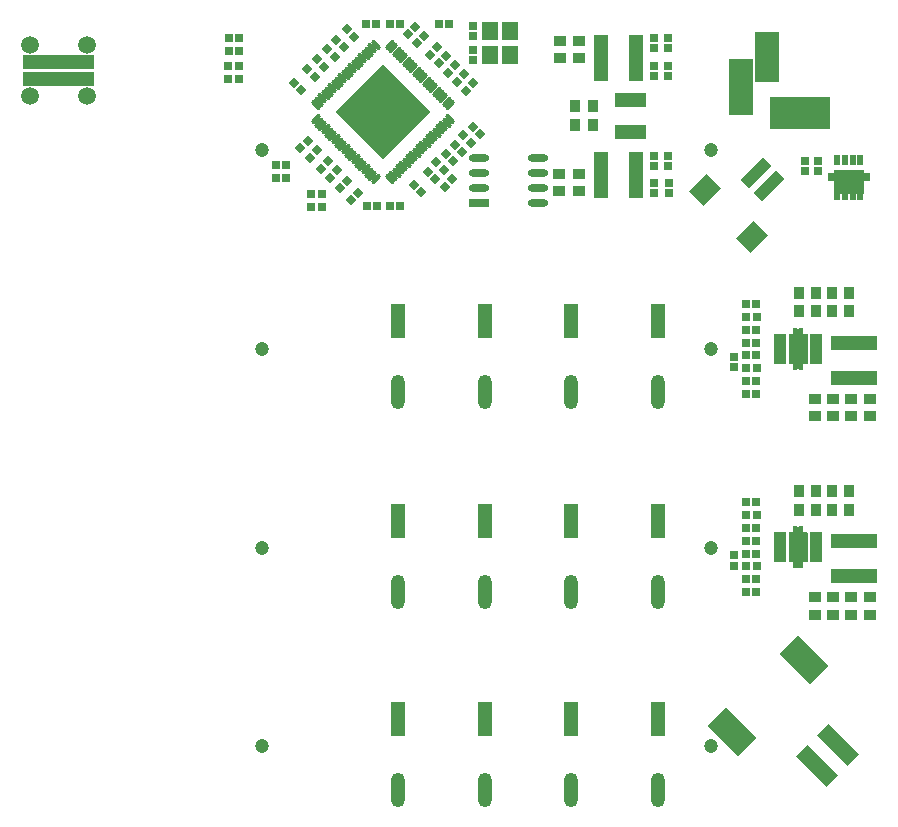
<source format=gbs>
G04*
G04 #@! TF.GenerationSoftware,Altium Limited,Altium Designer,24.0.1 (36)*
G04*
G04 Layer_Color=16711935*
%FSLAX44Y44*%
%MOMM*%
G71*
G04*
G04 #@! TF.SameCoordinates,6F16000C-B149-46FA-B592-FBC60BD1AF14*
G04*
G04*
G04 #@! TF.FilePolarity,Negative*
G04*
G01*
G75*
%ADD44R,0.7032X0.7032*%
%ADD45R,0.7032X0.7032*%
%ADD47R,1.4032X1.5032*%
%ADD48R,0.9532X1.0532*%
%ADD52C,1.2032*%
%ADD53C,1.5032*%
%ADD54R,2.0032X4.7032*%
%ADD55R,2.0032X4.2032*%
%ADD56R,5.2032X2.8032*%
%ADD100O,1.7032X0.7032*%
%ADD101R,1.7032X0.7032*%
%ADD102P,0.9945X4X180.0*%
%ADD103R,0.6232X0.8632*%
%ADD104R,1.3032X3.9032*%
%ADD105R,1.0032X0.5032*%
%ADD106C,0.5072*%
%ADD107P,8.0655X4X90.0*%
G04:AMPARAMS|DCode=108|XSize=0.4032mm|YSize=1.0032mm|CornerRadius=0mm|HoleSize=0mm|Usage=FLASHONLY|Rotation=315.000|XOffset=0mm|YOffset=0mm|HoleType=Round|Shape=Round|*
%AMOVALD108*
21,1,0.6000,0.4032,0.0000,0.0000,45.0*
1,1,0.4032,-0.2121,-0.2121*
1,1,0.4032,0.2121,0.2121*
%
%ADD108OVALD108*%

G04:AMPARAMS|DCode=109|XSize=0.4032mm|YSize=1.0032mm|CornerRadius=0mm|HoleSize=0mm|Usage=FLASHONLY|Rotation=225.000|XOffset=0mm|YOffset=0mm|HoleType=Round|Shape=Round|*
%AMOVALD109*
21,1,0.6000,0.4032,0.0000,0.0000,315.0*
1,1,0.4032,-0.2121,0.2121*
1,1,0.4032,0.2121,-0.2121*
%
%ADD109OVALD109*%

%ADD110R,0.5032X1.2032*%
G04:AMPARAMS|DCode=111|XSize=2.2032mm|YSize=3.7032mm|CornerRadius=0mm|HoleSize=0mm|Usage=FLASHONLY|Rotation=45.000|XOffset=0mm|YOffset=0mm|HoleType=Round|Shape=Rectangle|*
%AMROTATEDRECTD111*
4,1,4,0.5303,-2.0882,-2.0882,0.5303,-0.5303,2.0882,2.0882,-0.5303,0.5303,-2.0882,0.0*
%
%ADD111ROTATEDRECTD111*%

G04:AMPARAMS|DCode=112|XSize=1.4032mm|YSize=3.7032mm|CornerRadius=0mm|HoleSize=0mm|Usage=FLASHONLY|Rotation=45.000|XOffset=0mm|YOffset=0mm|HoleType=Round|Shape=Rectangle|*
%AMROTATEDRECTD112*
4,1,4,0.8132,-1.8054,-1.8054,0.8132,-0.8132,1.8054,1.8054,-0.8132,0.8132,-1.8054,0.0*
%
%ADD112ROTATEDRECTD112*%

%ADD113R,1.0532X0.9532*%
%ADD114R,1.2032X2.9032*%
%ADD115O,1.2032X2.9032*%
%ADD116R,3.9032X1.3032*%
G04:AMPARAMS|DCode=117|XSize=1.0032mm|YSize=2.7032mm|CornerRadius=0mm|HoleSize=0mm|Usage=FLASHONLY|Rotation=315.000|XOffset=0mm|YOffset=0mm|HoleType=Round|Shape=Rectangle|*
%AMROTATEDRECTD117*
4,1,4,-1.3104,-0.6010,0.6010,1.3104,1.3104,0.6010,-0.6010,-1.3104,-1.3104,-0.6010,0.0*
%
%ADD117ROTATEDRECTD117*%

G04:AMPARAMS|DCode=118|XSize=2.1532mm|YSize=1.7032mm|CornerRadius=0mm|HoleSize=0mm|Usage=FLASHONLY|Rotation=225.000|XOffset=0mm|YOffset=0mm|HoleType=Round|Shape=Rectangle|*
%AMROTATEDRECTD118*
4,1,4,0.1591,1.3635,1.3635,0.1591,-0.1591,-1.3635,-1.3635,-0.1591,0.1591,1.3635,0.0*
%
%ADD118ROTATEDRECTD118*%

%ADD119P,0.9945X4X270.0*%
%ADD120R,0.6350X1.1811*%
%ADD121R,3.6632X0.7732*%
%ADD122R,2.5732X2.0332*%
G36*
X707156Y242098D02*
X707252Y242069D01*
X707340Y242022D01*
X707418Y241959D01*
X707481Y241881D01*
X707528Y241793D01*
X707557Y241697D01*
X707567Y241598D01*
Y236956D01*
X710657D01*
X710757Y236947D01*
X710852Y236917D01*
X710940Y236870D01*
X711018Y236807D01*
X711081Y236729D01*
X711128Y236641D01*
X711158Y236545D01*
X711167Y236446D01*
Y233400D01*
X711168Y233398D01*
Y212446D01*
X711158Y212346D01*
X711129Y212250D01*
X711082Y212162D01*
X711018Y212085D01*
X710941Y212021D01*
X710853Y211974D01*
X710757Y211945D01*
X710657Y211935D01*
X707567D01*
Y207398D01*
X707557Y207298D01*
X707528Y207202D01*
X707481Y207114D01*
X707418Y207037D01*
X707340Y206973D01*
X707252Y206926D01*
X707156Y206897D01*
X707057Y206887D01*
X704057D01*
X703957Y206897D01*
X703861Y206926D01*
X703773Y206973D01*
X703696Y207037D01*
X703632Y207114D01*
X703585Y207202D01*
X703556Y207298D01*
X703546Y207398D01*
Y211935D01*
X702567D01*
Y207398D01*
X702557Y207298D01*
X702528Y207202D01*
X702481Y207114D01*
X702418Y207037D01*
X702340Y206973D01*
X702252Y206926D01*
X702156Y206897D01*
X702057Y206887D01*
X699057D01*
X698957Y206897D01*
X698861Y206926D01*
X698773Y206973D01*
X698696Y207037D01*
X698632Y207114D01*
X698585Y207202D01*
X698556Y207298D01*
X698546Y207398D01*
Y211935D01*
X695457D01*
X695358Y211945D01*
X695262Y211974D01*
X695174Y212021D01*
X695096Y212085D01*
X695033Y212162D01*
X694986Y212250D01*
X694957Y212346D01*
X694947Y212446D01*
Y236446D01*
X694957Y236545D01*
X694986Y236641D01*
X695033Y236729D01*
X695096Y236807D01*
X695174Y236870D01*
X695262Y236917D01*
X695358Y236947D01*
X695457Y236956D01*
X698546D01*
Y241598D01*
X698556Y241697D01*
X698585Y241793D01*
X698632Y241881D01*
X698696Y241959D01*
X698773Y242022D01*
X698861Y242069D01*
X698957Y242098D01*
X699057Y242108D01*
X702057D01*
X702156Y242098D01*
X702252Y242069D01*
X702340Y242022D01*
X702418Y241959D01*
X702481Y241881D01*
X702528Y241793D01*
X702557Y241697D01*
X702567Y241598D01*
Y236956D01*
X703546D01*
Y241598D01*
X703556Y241697D01*
X703585Y241793D01*
X703632Y241881D01*
X703696Y241959D01*
X703773Y242022D01*
X703861Y242069D01*
X703957Y242098D01*
X704057Y242108D01*
X707057D01*
X707156Y242098D01*
D02*
G37*
G36*
Y409992D02*
X707252Y409963D01*
X707340Y409916D01*
X707418Y409853D01*
X707481Y409775D01*
X707528Y409687D01*
X707557Y409591D01*
X707567Y409492D01*
Y404850D01*
X710657D01*
X710757Y404841D01*
X710852Y404811D01*
X710940Y404764D01*
X711018Y404701D01*
X711081Y404623D01*
X711128Y404535D01*
X711158Y404439D01*
X711167Y404340D01*
Y401294D01*
X711168Y401292D01*
Y380340D01*
X711158Y380240D01*
X711129Y380145D01*
X711082Y380056D01*
X711018Y379979D01*
X710941Y379915D01*
X710853Y379868D01*
X710757Y379839D01*
X710657Y379829D01*
X707567D01*
Y375292D01*
X707557Y375192D01*
X707528Y375096D01*
X707481Y375008D01*
X707418Y374931D01*
X707340Y374867D01*
X707252Y374820D01*
X707156Y374791D01*
X707057Y374781D01*
X704057D01*
X703957Y374791D01*
X703861Y374820D01*
X703773Y374867D01*
X703696Y374931D01*
X703632Y375008D01*
X703585Y375096D01*
X703556Y375192D01*
X703546Y375292D01*
Y379829D01*
X702567D01*
Y375292D01*
X702557Y375192D01*
X702528Y375096D01*
X702481Y375008D01*
X702418Y374931D01*
X702340Y374867D01*
X702252Y374820D01*
X702156Y374791D01*
X702057Y374781D01*
X699057D01*
X698957Y374791D01*
X698861Y374820D01*
X698773Y374867D01*
X698696Y374931D01*
X698632Y375008D01*
X698585Y375096D01*
X698556Y375192D01*
X698546Y375292D01*
Y379829D01*
X695457D01*
X695358Y379839D01*
X695262Y379868D01*
X695174Y379915D01*
X695096Y379979D01*
X695033Y380056D01*
X694986Y380145D01*
X694957Y380240D01*
X694947Y380340D01*
Y404340D01*
X694957Y404439D01*
X694986Y404535D01*
X695033Y404623D01*
X695096Y404701D01*
X695174Y404764D01*
X695262Y404811D01*
X695358Y404841D01*
X695457Y404850D01*
X698546D01*
Y409492D01*
X698556Y409591D01*
X698585Y409687D01*
X698632Y409775D01*
X698696Y409853D01*
X698773Y409916D01*
X698861Y409963D01*
X698957Y409992D01*
X699057Y410002D01*
X702057D01*
X702156Y409992D01*
X702252Y409963D01*
X702340Y409916D01*
X702418Y409853D01*
X702481Y409775D01*
X702528Y409687D01*
X702557Y409591D01*
X702567Y409492D01*
Y404850D01*
X703546D01*
Y409492D01*
X703556Y409591D01*
X703585Y409687D01*
X703632Y409775D01*
X703696Y409853D01*
X703773Y409916D01*
X703861Y409963D01*
X703957Y409992D01*
X704057Y410002D01*
X707057D01*
X707156Y409992D01*
D02*
G37*
D44*
X708660Y542870D02*
D03*
Y551870D02*
D03*
X648477Y217950D02*
D03*
Y208950D02*
D03*
X720090Y543120D02*
D03*
Y551620D02*
D03*
X593090Y556070D02*
D03*
Y547570D02*
D03*
X592836Y623384D02*
D03*
Y631884D02*
D03*
X593344Y524138D02*
D03*
Y532638D02*
D03*
X581406D02*
D03*
Y524138D02*
D03*
X581152Y547506D02*
D03*
Y556006D02*
D03*
X427482Y645596D02*
D03*
Y636596D02*
D03*
Y666170D02*
D03*
Y657170D02*
D03*
X592836Y655252D02*
D03*
X581406D02*
D03*
X648462Y376754D02*
D03*
X581152Y631816D02*
D03*
X592836Y646752D02*
D03*
X648462Y385754D02*
D03*
X581152Y623316D02*
D03*
X581406Y646752D02*
D03*
D45*
X667713Y229924D02*
D03*
X659213D02*
D03*
X667713Y262472D02*
D03*
X659213D02*
D03*
X667713Y219074D02*
D03*
X659213D02*
D03*
X659277Y240773D02*
D03*
X667777D02*
D03*
X220798Y644906D02*
D03*
Y655574D02*
D03*
X220544Y621030D02*
D03*
Y631698D02*
D03*
X260748Y537210D02*
D03*
X260676Y548132D02*
D03*
X290648Y512318D02*
D03*
X290576Y523240D02*
D03*
X229798Y655574D02*
D03*
Y644906D02*
D03*
X229544Y631698D02*
D03*
Y621030D02*
D03*
X269676Y548132D02*
D03*
X269748Y537210D02*
D03*
X299576Y523240D02*
D03*
X299648Y512318D02*
D03*
X346202Y513588D02*
D03*
X337702D02*
D03*
X659198Y365179D02*
D03*
Y430276D02*
D03*
Y397728D02*
D03*
X659213Y197376D02*
D03*
X658980Y376029D02*
D03*
X658995Y208225D02*
D03*
X407856Y667766D02*
D03*
X365878Y513588D02*
D03*
X357378D02*
D03*
X337448Y667766D02*
D03*
X345948D02*
D03*
X357192D02*
D03*
X365692D02*
D03*
X667762Y408577D02*
D03*
X659262D02*
D03*
X659198Y386878D02*
D03*
X667698D02*
D03*
X667713Y197376D02*
D03*
X667698Y365179D02*
D03*
Y430276D02*
D03*
X659213Y186526D02*
D03*
X667713D02*
D03*
X667698Y397728D02*
D03*
X659198Y354330D02*
D03*
X667698D02*
D03*
X667995Y208225D02*
D03*
X658980Y419426D02*
D03*
X667980D02*
D03*
X658995Y251623D02*
D03*
X667995D02*
D03*
X667980Y376029D02*
D03*
X399356Y667766D02*
D03*
D47*
X458946Y661876D02*
D03*
Y640876D02*
D03*
X441946D02*
D03*
Y661876D02*
D03*
D48*
X732006Y439674D02*
D03*
X746506D02*
D03*
X732006Y424180D02*
D03*
X746506D02*
D03*
X718058D02*
D03*
X703558D02*
D03*
X746521Y256376D02*
D03*
X732021D02*
D03*
Y271870D02*
D03*
X746521D02*
D03*
X718073D02*
D03*
X703573D02*
D03*
Y256376D02*
D03*
X718073D02*
D03*
X529082Y581914D02*
D03*
X514582D02*
D03*
X529082Y597916D02*
D03*
X514582D02*
D03*
X703558Y439674D02*
D03*
X718058D02*
D03*
D52*
X629403Y392425D02*
D03*
X249403D02*
D03*
X629403Y224125D02*
D03*
X249403D02*
D03*
X629403Y55896D02*
D03*
X249403D02*
D03*
X629403Y560726D02*
D03*
X249403D02*
D03*
D53*
X100962Y649896D02*
D03*
Y606896D02*
D03*
X52962D02*
D03*
Y649896D02*
D03*
D54*
X654910Y614318D02*
D03*
D55*
X676910Y639318D02*
D03*
D56*
X704910Y591818D02*
D03*
D100*
X482708Y554228D02*
D03*
Y541528D02*
D03*
Y528828D02*
D03*
Y516128D02*
D03*
X432708Y554228D02*
D03*
Y541528D02*
D03*
Y528828D02*
D03*
D101*
Y516128D02*
D03*
D102*
X433478Y574551D02*
D03*
X427467Y580561D02*
D03*
X383928Y524884D02*
D03*
X377564Y531248D02*
D03*
X403232Y543934D02*
D03*
X426092Y566794D02*
D03*
X321042Y662954D02*
D03*
X295642Y637554D02*
D03*
X287260Y629172D02*
D03*
X304278Y646190D02*
D03*
X312152Y654064D02*
D03*
X396868Y550298D02*
D03*
X410675Y551731D02*
D03*
X404665Y557741D02*
D03*
X327406Y656590D02*
D03*
X318516Y647700D02*
D03*
X310642Y639826D02*
D03*
X302006Y631190D02*
D03*
X418252Y559394D02*
D03*
X276438Y617896D02*
D03*
X395392Y536534D02*
D03*
X389382Y542544D02*
D03*
X282448Y611886D02*
D03*
X412242Y565404D02*
D03*
X419728Y573158D02*
D03*
X293624Y622808D02*
D03*
D103*
X755748Y552164D02*
D03*
X749248D02*
D03*
X742748D02*
D03*
X736248D02*
D03*
X736248Y522764D02*
D03*
X742748D02*
D03*
X749248D02*
D03*
X755748D02*
D03*
D104*
X535912Y639064D02*
D03*
X565912D02*
D03*
X535912Y540004D02*
D03*
X565912D02*
D03*
D105*
X718071Y402429D02*
D03*
Y397430D02*
D03*
Y392429D02*
D03*
Y387430D02*
D03*
Y382429D02*
D03*
X688073D02*
D03*
Y387430D02*
D03*
Y392429D02*
D03*
Y402429D02*
D03*
Y397430D02*
D03*
X718071Y234535D02*
D03*
Y229536D02*
D03*
Y224535D02*
D03*
Y219536D02*
D03*
Y214535D02*
D03*
X688073D02*
D03*
Y219536D02*
D03*
Y224535D02*
D03*
Y234535D02*
D03*
Y229536D02*
D03*
D106*
X703057Y392340D02*
D03*
Y224446D02*
D03*
D107*
X351536Y592836D02*
D03*
D108*
X345519Y535919D02*
D03*
X342699Y538739D02*
D03*
X339862Y541577D02*
D03*
X337042Y544397D02*
D03*
X334204Y547234D02*
D03*
X331384Y550054D02*
D03*
X328547Y552892D02*
D03*
X325727Y555712D02*
D03*
X322889Y558549D02*
D03*
X320069Y561369D02*
D03*
X317249Y564189D02*
D03*
X314412Y567027D02*
D03*
X311592Y569847D02*
D03*
X308754Y572684D02*
D03*
X305934Y575504D02*
D03*
X303097Y578342D02*
D03*
X300277Y581162D02*
D03*
X297439Y583999D02*
D03*
X294619Y586819D02*
D03*
X357553Y649753D02*
D03*
X360373Y646933D02*
D03*
X363210Y644095D02*
D03*
X366030Y641275D02*
D03*
X368868Y638438D02*
D03*
X371688Y635618D02*
D03*
X374525Y632780D02*
D03*
X377345Y629960D02*
D03*
X380183Y627123D02*
D03*
X383003Y624303D02*
D03*
X385823Y621483D02*
D03*
X388660Y618645D02*
D03*
X391480Y615826D02*
D03*
X394318Y612988D02*
D03*
X397138Y610168D02*
D03*
X399976Y607330D02*
D03*
X402795Y604510D02*
D03*
X405633Y601673D02*
D03*
X408453Y598853D02*
D03*
D109*
X294619D02*
D03*
X297439Y601673D02*
D03*
X300277Y604510D02*
D03*
X303097Y607330D02*
D03*
X305934Y610168D02*
D03*
X308754Y612988D02*
D03*
X311592Y615826D02*
D03*
X314412Y618645D02*
D03*
X317249Y621483D02*
D03*
X320069Y624303D02*
D03*
X322889Y627123D02*
D03*
X325727Y629960D02*
D03*
X328547Y632780D02*
D03*
X331384Y635618D02*
D03*
X334204Y638438D02*
D03*
X337042Y641275D02*
D03*
X339862Y644095D02*
D03*
X342699Y646933D02*
D03*
X345519Y649753D02*
D03*
X408453Y586819D02*
D03*
X405633Y583999D02*
D03*
X402795Y581162D02*
D03*
X399976Y578342D02*
D03*
X397138Y575504D02*
D03*
X394318Y572684D02*
D03*
X391480Y569847D02*
D03*
X388660Y567027D02*
D03*
X385823Y564189D02*
D03*
X383003Y561369D02*
D03*
X380183Y558549D02*
D03*
X377345Y555712D02*
D03*
X374525Y552892D02*
D03*
X371688Y550054D02*
D03*
X368868Y547234D02*
D03*
X366030Y544397D02*
D03*
X363210Y541577D02*
D03*
X360373Y538739D02*
D03*
X357553Y535919D02*
D03*
D110*
X104463Y635596D02*
D03*
X79461D02*
D03*
X99461D02*
D03*
X94463D02*
D03*
X89461D02*
D03*
X84463D02*
D03*
X49461D02*
D03*
X74463D02*
D03*
X69461D02*
D03*
X64463D02*
D03*
X59461D02*
D03*
X54463D02*
D03*
X104463Y621196D02*
D03*
X79464D02*
D03*
X99461D02*
D03*
X94463D02*
D03*
X89461D02*
D03*
X84463D02*
D03*
X49461D02*
D03*
X74463D02*
D03*
X69461D02*
D03*
X64463D02*
D03*
X59461D02*
D03*
X54463D02*
D03*
D111*
X708306Y129111D02*
D03*
X647113Y67918D02*
D03*
D112*
X736972Y56930D02*
D03*
X719294Y39252D02*
D03*
D113*
X732636Y181954D02*
D03*
Y167454D02*
D03*
X763778Y349758D02*
D03*
Y335258D02*
D03*
X717042Y349758D02*
D03*
Y335258D02*
D03*
X732621Y349758D02*
D03*
Y335258D02*
D03*
X763793Y181954D02*
D03*
Y167454D02*
D03*
X517906Y638926D02*
D03*
Y653426D02*
D03*
X500888Y525642D02*
D03*
Y540142D02*
D03*
X501396Y653426D02*
D03*
Y638926D02*
D03*
X517652Y525642D02*
D03*
X748199Y335258D02*
D03*
X748215Y167454D02*
D03*
X717057D02*
D03*
X517652Y540142D02*
D03*
X717057Y181954D02*
D03*
X748215D02*
D03*
X748199Y349758D02*
D03*
D114*
X584200Y415572D02*
D03*
Y246916D02*
D03*
X510879D02*
D03*
X437557D02*
D03*
X364236D02*
D03*
X584200Y78768D02*
D03*
X510879D02*
D03*
X364236D02*
D03*
X437557D02*
D03*
X510879Y415572D02*
D03*
X437557D02*
D03*
X364236D02*
D03*
D115*
X584200Y355572D02*
D03*
Y186916D02*
D03*
X510879D02*
D03*
X437557D02*
D03*
X364236D02*
D03*
X584200Y18768D02*
D03*
X510879D02*
D03*
X364236D02*
D03*
X437557D02*
D03*
X510879Y355572D02*
D03*
X437557D02*
D03*
X364236D02*
D03*
D116*
X750331Y199706D02*
D03*
Y229706D02*
D03*
X750316Y397510D02*
D03*
Y367510D02*
D03*
D117*
X678085Y530573D02*
D03*
X667478Y541179D02*
D03*
D118*
X664070Y487312D02*
D03*
X624218Y527164D02*
D03*
D119*
X378925Y665183D02*
D03*
X372915Y659173D02*
D03*
X405087Y640037D02*
D03*
X399077Y634027D02*
D03*
X428124Y617354D02*
D03*
X421760Y610990D02*
D03*
X397390Y647834D02*
D03*
X391026Y641470D02*
D03*
X289546Y554214D02*
D03*
X410090Y535820D02*
D03*
X420504Y624974D02*
D03*
X281418Y562342D02*
D03*
X314946Y528560D02*
D03*
X298690Y545070D02*
D03*
X412884Y632594D02*
D03*
X306564Y537196D02*
D03*
X287782Y568706D02*
D03*
X321310Y534924D02*
D03*
X414140Y618610D02*
D03*
X406520Y626230D02*
D03*
X312928Y543560D02*
D03*
X305054Y551434D02*
D03*
X295910Y560578D02*
D03*
X386545Y657563D02*
D03*
X380535Y651553D02*
D03*
X330665Y524467D02*
D03*
X324655Y518457D02*
D03*
X403726Y529456D02*
D03*
D120*
X564590Y603186D02*
D03*
X551590D02*
D03*
X571090Y575882D02*
D03*
X564590D02*
D03*
X558090D02*
D03*
X551590D02*
D03*
X558090Y603186D02*
D03*
X571090D02*
D03*
D121*
X745998Y537814D02*
D03*
D122*
X745998Y533314D02*
D03*
M02*

</source>
